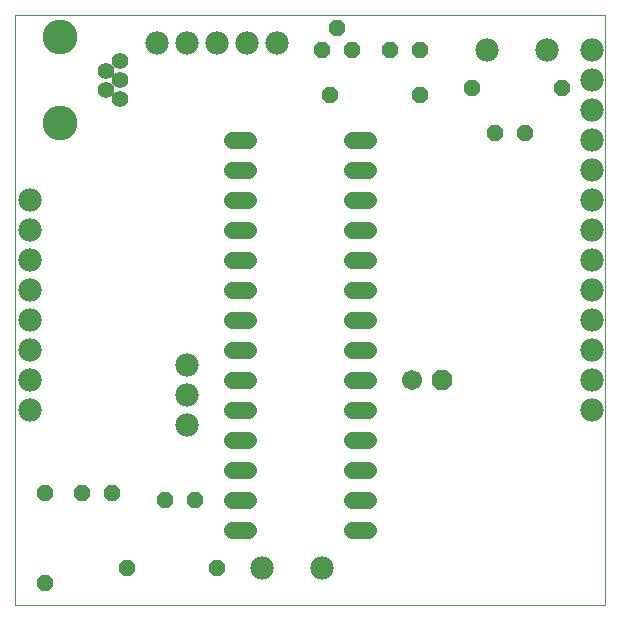
<source format=gbs>
G75*
%MOIN*%
%OFA0B0*%
%FSLAX25Y25*%
%IPPOS*%
%LPD*%
%AMOC8*
5,1,8,0,0,1.08239X$1,22.5*
%
%ADD10C,0.00000*%
%ADD11OC8,0.06700*%
%ADD12C,0.06700*%
%ADD13OC8,0.05600*%
%ADD14C,0.05600*%
%ADD15C,0.07800*%
%ADD16C,0.05550*%
%ADD17C,0.11620*%
D10*
X0009867Y0002367D02*
X0009867Y0199217D01*
X0206717Y0199217D01*
X0206717Y0002367D01*
X0009867Y0002367D01*
D11*
X0152367Y0077367D03*
D12*
X0142367Y0077367D03*
D13*
X0077367Y0014867D03*
X0069867Y0037367D03*
X0059867Y0037367D03*
X0042367Y0039867D03*
X0032367Y0039867D03*
X0019867Y0039867D03*
X0047367Y0014867D03*
X0019867Y0009867D03*
X0169867Y0159867D03*
X0179867Y0159867D03*
X0192367Y0174867D03*
X0162367Y0174867D03*
X0144867Y0172367D03*
X0144867Y0187367D03*
X0134867Y0187367D03*
X0122367Y0187367D03*
X0117367Y0194867D03*
X0112367Y0187367D03*
X0114867Y0172367D03*
D14*
X0122267Y0157367D02*
X0127467Y0157367D01*
X0127467Y0147367D02*
X0122267Y0147367D01*
X0122267Y0137367D02*
X0127467Y0137367D01*
X0127467Y0127367D02*
X0122267Y0127367D01*
X0122267Y0117367D02*
X0127467Y0117367D01*
X0127467Y0107367D02*
X0122267Y0107367D01*
X0122267Y0097367D02*
X0127467Y0097367D01*
X0127467Y0087367D02*
X0122267Y0087367D01*
X0122267Y0077367D02*
X0127467Y0077367D01*
X0127467Y0067367D02*
X0122267Y0067367D01*
X0122267Y0057367D02*
X0127467Y0057367D01*
X0127467Y0047367D02*
X0122267Y0047367D01*
X0122267Y0037367D02*
X0127467Y0037367D01*
X0127467Y0027367D02*
X0122267Y0027367D01*
X0087467Y0027367D02*
X0082267Y0027367D01*
X0082267Y0037367D02*
X0087467Y0037367D01*
X0087467Y0047367D02*
X0082267Y0047367D01*
X0082267Y0057367D02*
X0087467Y0057367D01*
X0087467Y0067367D02*
X0082267Y0067367D01*
X0082267Y0077367D02*
X0087467Y0077367D01*
X0087467Y0087367D02*
X0082267Y0087367D01*
X0082267Y0097367D02*
X0087467Y0097367D01*
X0087467Y0107367D02*
X0082267Y0107367D01*
X0082267Y0117367D02*
X0087467Y0117367D01*
X0087467Y0127367D02*
X0082267Y0127367D01*
X0082267Y0137367D02*
X0087467Y0137367D01*
X0087467Y0147367D02*
X0082267Y0147367D01*
X0082267Y0157367D02*
X0087467Y0157367D01*
D15*
X0087367Y0189867D03*
X0097367Y0189867D03*
X0077367Y0189867D03*
X0067367Y0189867D03*
X0057367Y0189867D03*
X0014867Y0137367D03*
X0014867Y0127367D03*
X0014867Y0117367D03*
X0014867Y0107367D03*
X0014867Y0097367D03*
X0014867Y0087367D03*
X0014867Y0077367D03*
X0014867Y0067367D03*
X0067367Y0072367D03*
X0067367Y0082367D03*
X0067367Y0062367D03*
X0092367Y0014867D03*
X0112367Y0014867D03*
X0202367Y0067367D03*
X0202367Y0077367D03*
X0202367Y0087367D03*
X0202367Y0097367D03*
X0202367Y0107367D03*
X0202367Y0117367D03*
X0202367Y0127367D03*
X0202367Y0137367D03*
X0202367Y0147367D03*
X0202367Y0157367D03*
X0202367Y0167367D03*
X0202367Y0177367D03*
X0202367Y0187367D03*
X0187367Y0187367D03*
X0167367Y0187367D03*
D16*
X0044945Y0183666D03*
X0040221Y0180516D03*
X0044945Y0177367D03*
X0040221Y0174217D03*
X0044945Y0171067D03*
D17*
X0024867Y0162997D03*
X0024867Y0191737D03*
M02*

</source>
